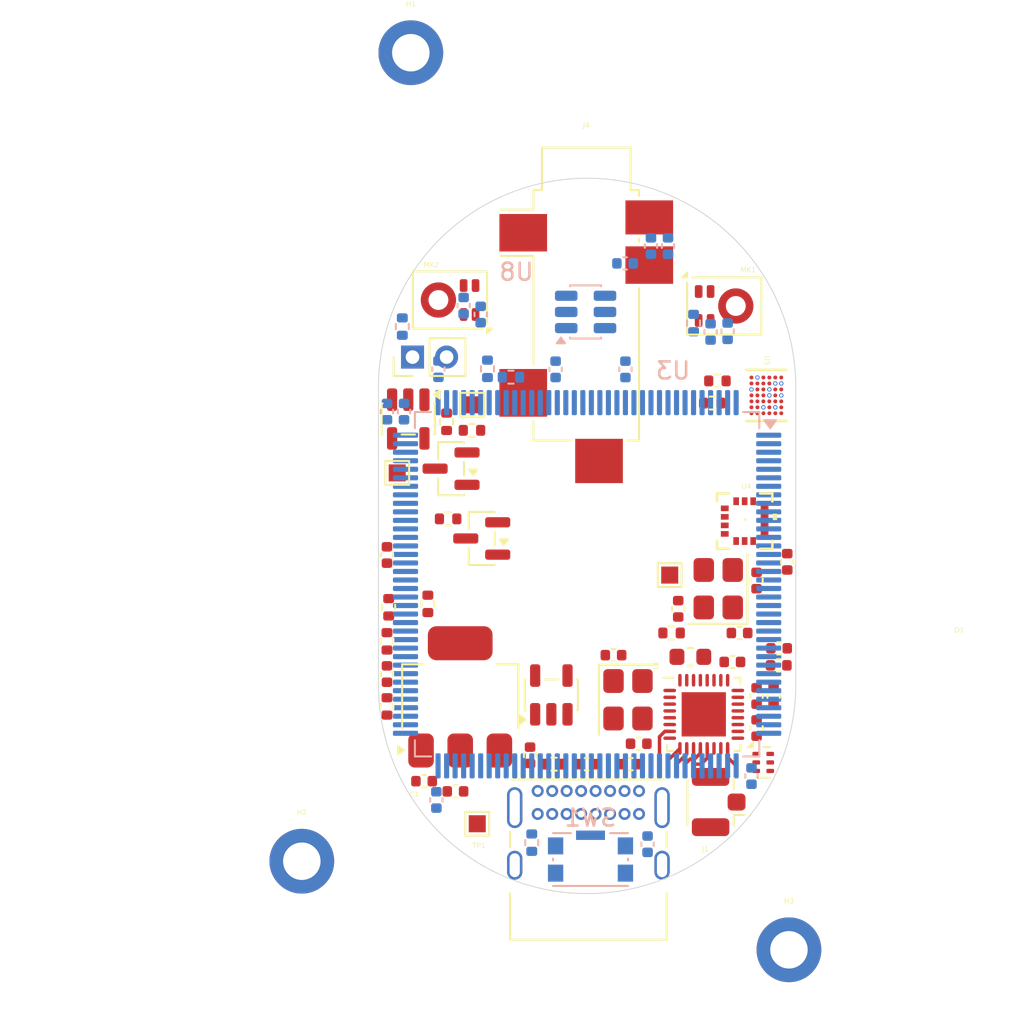
<source format=kicad_pcb>
(kicad_pcb (version 20241229) (generator "pcbnew") (generator_version "9.0")
  (layers (0 "F.Cu" signal) (4 "In1.Cu" signal) (6 "In2.Cu" signal) (8 "In3.Cu" signal) (10 "In4.Cu" signal) (2 "B.Cu" signal) (13 "F.Paste" user) (15 "B.Paste" user) (5 "F.SilkS" user "F.Silkscreen") (7 "B.SilkS" user "B.Silkscreen") (1 "F.Mask" user) (3 "B.Mask" user) (25 "Edge.Cuts" user))
  (net 0 "")
  (net 1 "+5V")
  (net 2 "Net-(D1-B)")
  (net 3 "Net-(U1-VI)")
  (net 4 "GND")
  (net 5 "Net-(U3-PH1)")
  (net 6 "Net-(U2-EN)")
  (net 7 "Net-(U3-PH0)")
  (net 8 "+1V8")
  (net 9 "Net-(U3-NRST)")
  (net 10 "Net-(C21-Pad1)")
  (net 11 "Net-(C22-Pad1)")
  (net 12 "Net-(U5-DVDD)")
  (net 13 "/SWDIO")
  (net 14 "/SWCLK")
  (net 15 "Net-(U3-BOOT0)")
  (net 16 "/I2C_SCL")
  (net 17 "/I2C_SDA")
  (net 21 "/SYS_MCLK")
  (net 30 "/UWB_RST")
  (net 31 "Net-(D1-R)")
  (net 33 "/CPU_TO_DSP")
  (net 45 "/UWB_IRQ")
  (net 51 "/UWB_CS")
  (net 58 "Net-(D1-G)")
  (net 62 "Net-(J3-Pin_1)")
  (net 67 "/SAI_BCLK")
  (net 78 "/UWB_MISO")
  (net 82 "/DSP_TO_CPU")
  (net 84 "/ACC_CS")
  (net 94 "/UWB_SCK")
  (net 95 "Net-(Q1-G)")
  (net 97 "/UWB_MOSI")
  (net 108 "/SAI_FS")
  (net 117 "Net-(Q2-B)")
  (net 120 "/VIB_DATA")
  (net 127 "Net-(U7-PROG)")
  (net 131 "/PWR_HOLD")
  (net 132 "/LED_R")
  (net 144 "/MIC2")
  (net 146 "/MIC2_RAW")
  (net 147 "/MIC1")
  (net 148 "/MIC1_RAW")
  (net 151 "+3.3V")
  (net 152 "/LED_G")
  (net 153 "/LED_B")
  (net 154 "/HP_DETECT")
  (net 155 "/CHG_STAT")
  (net 156 "/HPOUTR")
  (net 157 "/HPOUTL")
  (net 159 "Net-(J5-CC1)")
  (net 161 "Net-(J5-CC2)")
  (net 162 "Net-(J4-PadR)")
  (net 164 "Net-(J4-PadT)")
  (net 165 "Net-(U9-VDD_IO)")
  (net 166 "Net-(U9-XTAL_C2)")
  (net 167 "Net-(U9-XTAL_C1)")
  (net 168 "Net-(T1-AB)")
  (net 169 "Net-(U9-RFN)")
  (net 170 "Net-(U9-RFP)")
  (net 171 "Net-(T1-AA)")
  (net 172 "Net-(U9-VDD_CORE_ANA)")
  (net 173 "Net-(U9-REG_OUT)")
  (net 174 "/<NO NET>")
  (net 175 "/UWB_SHDN")
  (net 192 "Net-(J1-In)")
  (footprint "Resistor_SMD:R_0402_1005Metric" (layer "F.Cu") (at 21.5 67.51 -90)
    (property "Reference" "R12" (hide yes))
    (property "Value" "220Ω")
  )
  (footprint "ANC_Parts:ADXL382_Ultralib" (layer "F.Cu") (at 42.5 56.6316)
    (property "Reference" "U4")
    (property "Value" "ADXL382-1BCCZ-RL")
  )
  (footprint "Inductor_SMD:L_0603_1608Metric" (layer "F.Cu") (at 39.3125 64.6)
    (property "Reference" "L1")
    (property "Value" "180nH")
  )
  (footprint "Crystal:Crystal_SMD_3225-4Pin_3.2x2.5mm" (layer "F.Cu") (at 35.65 67.12 -90)
    (property "Reference" "Y2" (hide yes))
    (property "Value" "32.768 kHz")
  )
  (footprint "Capacitor_SMD:C_0402_1005Metric" (layer "F.Cu") (at 21.5 58.62 -90)
    (property "Reference" "C18" (hide yes))
    (property "Value" "0.1uF")
  )
  (footprint "Resistor_SMD:R_0402_1005Metric" (layer "F.Cu") (at 25 50.8 90)
    (property "Reference" "R6" (hide yes))
    (property "Value" "2kΩ")
  )
  (footprint "Capacitor_SMD:C_0402_1005Metric" (layer "F.Cu") (at 33.22 70.9 180)
    (property "Reference" "C5" (hide yes))
    (property "Value" "10uF")
  )
  (footprint "Capacitor_SMD:C_0402_1005Metric" (layer "F.Cu") (at 43.2 66.9 90)
    (property "Reference" "C33" (hide yes))
    (property "Value" "10pF")
  )
  (footprint "TestPoint:TestPoint_Pad_1.0x1.0mm" (layer "F.Cu") (at 26.8 74.4)
    (property "Reference" "TP1")
    (property "Value" "TestPoint")
  )
  (footprint "Connector_Audio:Jack_3.5mm_CUI_SJ2-3593D-SMT_Horizontal" (layer "F.Cu") (at 33.2 43.3)
    (property "Reference" "J4")
    (property "Value" "AudioJack3_Switch")
  )
  (footprint "Sensor_Audio:Infineon_PG-LLGA-5-2" (layer "F.Cu") (at 41.3 44)
    (property "Reference" "MK1")
    (property "Value" "IM73A135V01")
  )
  (footprint "Resistor_SMD:R_0402_1005Metric" (layer "F.Cu") (at 26.49 51.3 180)
    (property "Reference" "R7" (hide yes))
    (property "Value" "100kΩ")
  )
  (footprint "Capacitor_SMD:C_0402_1005Metric" (layer "F.Cu") (at 38.6 61.78 -90)
    (property "Reference" "C7" (hide yes))
    (property "Value" "10uF")
  )
  (footprint "ANC_Parts:ADAU1787_Ultralib" (layer "F.Cu") (at 43.775 49.25 -90)
    (property "Reference" "U5")
    (property "Value" "ADAU1787BCBZRL")
  )
  (footprint "Package_TO_SOT_SMD:SOT-223-3_TabPin2" (layer "F.Cu") (at 25.8 66.95 90)
    (property "Reference" "U1" (hide yes))
    (property "Value" "AP7361C-33E")
  )
  (footprint "Resistor_SMD:R_0402_1005Metric" (layer "F.Cu") (at 21.5 63.69 90)
    (property "Reference" "R14" (hide yes))
    (property "Value" "100Ω")
  )
  (footprint "Capacitor_SMD:C_0402_1005Metric" (layer "F.Cu") (at 35.82 70.9)
    (property "Reference" "C10" (hide yes))
    (property "Value" "0.1uF")
  )
  (footprint "MountingHole:MountingHole_2mm" (layer "F.Cu") (at 55.1 66)
    (property "Reference" "D1")
    (property "Value" "APFA3010")
  )
  (footprint "Capacitor_SMD:C_0402_1005Metric" (layer "F.Cu") (at 41.78 64.9 180)
    (property "Reference" "C23" (hide yes))
    (property "Value" "1uF")
  )
  (footprint "Connector_USB:USB_C_Receptacle_GCT_USB4085" (layer "F.Cu") (at 30.35 72.475)
    (property "Reference" "J5" (hide yes))
    (property "Value" "USB_C_Receptacle_USB2.0_14P")
  )
  (footprint "Resistor_SMD:R_0402_1005Metric" (layer "F.Cu") (at 31.31 70.9)
    (property "Reference" "R2" (hide yes))
    (property "Value" "5.1k")
  )
  (footprint "Package_TO_SOT_SMD:SOT-23" (layer "F.Cu") (at 25.2625 53.55 180)
    (property "Reference" "Q1" (hide yes))
    (property "Value" "Q_PMOS_GSD")
  )
  (footprint "Sensor_Audio:Infineon_PG-LLGA-5-2" (layer "F.Cu") (at 25.2 43.65 180)
    (property "Reference" "MK2")
    (property "Value" "IM73A135V01")
  )
  (footprint "Package_TO_SOT_SMD:SOT-23-5" (layer "F.Cu") (at 22.75 50.6375 -90)
    (property "Reference" "U7" (hide yes))
    (property "Value" "MCP73831-2-OT")
  )
  (footprint "Resistor_SMD:R_0402_1005Metric" (layer "F.Cu") (at 38.21 63.2)
    (property "Reference" "R16" (hide yes))
    (property "Value" "100kΩ")
  )
  (footprint "MountingHole:MountingHole_2.2mm_M2_DIN965_Pad" (layer "F.Cu") (at 45.1 81.8)
    (property "Reference" "H3")
    (property "Value" "MountingHole")
  )
  (footprint "Capacitor_SMD:C_0402_1005Metric" (layer "F.Cu") (at 23.68 71.9)
    (property "Reference" "C1")
    (property "Value" "10uF")
  )
  (footprint "Package_TO_SOT_SMD:SOT-23-5" (layer "F.Cu") (at 31.15 66.8375 90)
    (property "Reference" "U2" (hide yes))
    (property "Value" "AP2112K-1.8" (hide yes))
  )
  (footprint "Capacitor_SMD:C_0402_1005Metric" (layer "F.Cu") (at 25.52 72.5)
    (property "Reference" "C21" (hide yes))
    (property "Value" "2.2uF")
  )
  (footprint "Resistor_SMD:R_0402_1005Metric" (layer "F.Cu") (at 23.9 61.49 90)
    (property "Reference" "R8" (hide yes))
    (property "Value" "10kΩ")
  )
  (footprint "ANC_Parts:Spark_SR1120_QFN32" (layer "F.Cu") (at 40.1 67.975)
    (property "Reference" "U9" (hide yes))
    (property "Value" "~")
  )
  (footprint "Capacitor_SMD:C_0402_1005Metric" (layer "F.Cu") (at 36.28 69.7)
    (property "Reference" "C25" (hide yes))
    (property "Value" "10pF")
  )
  (footprint "Capacitor_SMD:C_0402_1005Metric" (layer "F.Cu") (at 43.2 68.78 -90)
    (property "Reference" "C34" (hide yes))
    (property "Value" "10pF")
  )
  (footprint "TestPoint:TestPoint_Pad_1.0x1.0mm" (layer "F.Cu") (at 22.1 53.8)
    (property "Reference" "TP4" (hide yes))
    (property "Value" "TestPoint")
  )
  (footprint "MountingHole:MountingHole_2.2mm_M2_DIN965_Pad" (layer "F.Cu") (at 22.9 29.13)
    (property "Reference" "H1")
    (property "Value" "MountingHole")
  )
  (footprint "Capacitor_SMD:C_0402_1005Metric" (layer "F.Cu") (at 44.2 66.9 90)
    (property "Reference" "C17" (hide yes))
    (property "Value" "0.1uF")
  )
  (footprint "TestPoint:TestPoint_Pad_1.0x1.0mm" (layer "F.Cu") (at 26.5 49.8)
    (property "Reference" "TP2" (hide yes))
    (property "Value" "TestPoint")
  )
  (footprint "MountingHole:MountingHole_2.2mm_M2_DIN965_Pad" (layer "F.Cu") (at 16.5 76.6)
    (property "Reference" "H2")
    (property "Value" "MountingHole")
  )
  (footprint "Crystal:Crystal_SMD_3225-4Pin_3.2x2.5mm" (layer "F.Cu") (at 40.95 60.6 90)
    (property "Reference" "Y1" (hide yes))
    (property "Value" "Crystal_GND24")
  )
  (footprint "RF_Converter:Balun_Johanson_1.6x0.8mm" (layer "F.Cu") (at 43.59 70.8)
    (property "Reference" "T1" (hide yes))
    (property "Value" "Transformer_1P_1S")
  )
  (footprint "Resistor_SMD:R_0402_1005Metric" (layer "F.Cu") (at 40.6 49.7 180)
    (property "Reference" "R4" (hide yes))
    (property "Value" "2.2kΩ")
  )
  (footprint "Capacitor_SMD:C_0402_1005Metric" (layer "F.Cu") (at 44.52 64.1)
    (property "Reference" "C20" (hide yes))
    (property "Value" "0.1uF")
  )
  (footprint "Capacitor_SMD:C_0402_1005Metric" (layer "F.Cu") (at 44.5 65.1)
    (property "Reference" "C8" (hide yes))
    (property "Value" "0.1uF")
  )
  (footprint "Capacitor_SMD:C_0402_1005Metric" (layer "F.Cu") (at 42.2 63.2 180)
    (property "Reference" "C3" (hide yes))
    (property "Value" "10pF")
  )
  (footprint "Resistor_SMD:R_0402_1005Metric" (layer "F.Cu") (at 40.9 48.4 180)
    (property "Reference" "R5" (hide yes))
    (property "Value" "2.2kΩ")
  )
  (footprint "Connector_PinHeader_2.00mm:PinHeader_1x02_P2.00mm_Vertical" (layer "F.Cu") (at 23 47 90)
    (property "Reference" "J3" (hide yes))
    (property "Value" "Conn_01x02")
  )
  (footprint "Capacitor_SMD:C_0402_1005Metric" (layer "F.Cu") (at 43.2 60.12 90)
    (property "Reference" "C6" (hide yes))
    (property "Value" "10pF")
  )
  (footprint "Capacitor_SMD:C_0402_1005Metric" (layer "F.Cu") (at 29.9 70.38 90)
    (property "Reference" "C11" (hide yes))
    (property "Value" "0.1uF")
  )
  (footprint "Resistor_SMD:R_0402_1005Metric" (layer "F.Cu") (at 25.09 56.5 180)
    (property "Reference" "R11" (hide yes))
    (property "Value" "100kΩ")
  )
  (footprint "Capacitor_SMD:C_0402_1005Metric" (layer "F.Cu") (at 45 59.02 90)
    (property "Reference" "C4" (hide yes))
    (property "Value" "0.1uF")
  )
  (footprint "Package_TO_SOT_SMD:SOT-23" (layer "F.Cu") (at 27.0625 57.65 180)
    (property "Reference" "Q2" (hide yes))
    (property "Value" "Q_NPN_BCE")
  )
  (footprint "TestPoint:TestPoint_Pad_1.0x1.0mm" (layer "F.Cu") (at 38.1 59.8)
    (property "Reference" "TP3" (hide yes))
    (property "Value" "TestPoint")
  )
  (footprint "Capacitor_SMD:C_0402_1005Metric" (layer "F.Cu") (at 21.5 65.61 -90)
    (property "Reference" "C13" (hide yes))
    (property "Value" "0.1uF")
  )
  (footprint "Resistor_SMD:R_0402_1005Metric" (layer "F.Cu") (at 21.6 61.69 90)
    (property "Reference" "R13" (hide yes))
    (property "Value" "100Ω")
  )
  (footprint "Capacitor_SMD:C_0402_1005Metric" (layer "F.Cu") (at 34.8 64.5 180)
    (property "Reference" "C24" (hide yes))
    (property "Value" "10pF")
  )
  (footprint "Connector_Coaxial:U.FL_Hirose_U.FL-R-SMT-1_Vertical" (layer "F.Cu") (at 40.975 73.125 180)
    (property "Reference" "J1")
    (property "Value" "Conn_Coaxial")
  )
  (footprint "Package_QFP:LQFP-144_20x20mm_P0.5mm" (layer "B.Cu") (at 33.25 60.3375 180)
    (property "Reference" "U3")
    (property "Value" "STM32H753ZITx")
  )
  (footprint "Capacitor_SMD:C_0402_1005Metric" (layer "B.Cu") (at 40.5 45.52 90)
    (property "Reference" "C32" (hide yes))
    (property "Value" "1uF")
  )
  (footprint "Capacitor_SMD:C_0402_1005Metric" (layer "B.Cu") (at 37 40.48 -90)
    (property "Reference" "C27" (hide yes))
    (property "Value" "0.1uF")
  )
  (footprint "Capacitor_SMD:C_0402_1005Metric" (layer "B.Cu") (at 35.48 41.5 180)
    (property "Reference" "C29" (hide yes))
    (property "Value" "1uF")
  )
  (footprint "Resistor_SMD:R_0402_1005Metric" (layer "B.Cu") (at 30 75.51 90)
    (property "Reference" "R1" (hide yes))
    (property "Value" "5.1k")
  )
  (footprint "Capacitor_SMD:C_0402_1005Metric" (layer "B.Cu") (at 22.5 50.2 90)
    (property "Reference" "C14" (hide yes))
    (property "Value" "0.1uF")
  )
  (footprint "Capacitor_SMD:C_0402_1005Metric" (layer "B.Cu") (at 27 44.5 -90)
    (property "Reference" "C30" (hide yes))
    (property "Value" "1uF")
  )
  (footprint "Resistor_SMD:R_0402_1005Metric" (layer "B.Cu") (at 22.4 45.21 -90)
    (property "Reference" "R9" (hide yes))
    (property "Value" "100kΩ")
  )
  (footprint "Resistor_SMD:R_0402_1005Metric" (layer "B.Cu") (at 27.4 47.69 90)
    (property "Reference" "R15" (hide yes))
    (property "Value" "10kΩ")
  )
  (footprint "Capacitor_SMD:C_0402_1005Metric" (layer "B.Cu") (at 42.9 71.6 -90)
    (property "Reference" "C9" (hide yes))
    (property "Value" "0.1uF")
  )
  (footprint "Capacitor_SMD:C_0402_1005Metric" (layer "B.Cu") (at 21.5 50.2 90)
    (property "Reference" "C22" (hide yes))
    (property "Value" "2.2uF")
  )
  (footprint "Resistor_SMD:R_0402_1005Metric" (layer "B.Cu") (at 28.78 48.18 180)
    (property "Reference" "R3" (hide yes))
    (property "Value" "10k")
  )
  (footprint "Package_TO_SOT_SMD:SOT-23-6" (layer "B.Cu") (at 33.1625 44.35)
    (property "Reference" "U8")
    (property "Value" "USBLC6-2SC6")
  )
  (footprint "Capacitor_SMD:C_0402_1005Metric" (layer "B.Cu") (at 38 40.48 -90)
    (property "Reference" "C26" (hide yes))
    (property "Value" "1uF")
  )
  (footprint "Capacitor_SMD:C_0402_1005Metric" (layer "B.Cu") (at 26 43.98 90)
    (property "Reference" "C31" (hide yes))
    (property "Value" "0.1uF")
  )
  (footprint "Capacitor_SMD:C_0402_1005Metric" (layer "B.Cu") (at 31.4 47.72 90)
    (property "Reference" "C15" (hide yes))
    (property "Value" "0.1uF")
  )
  (footprint "Button_Switch_SMD:SW_Push_1P1T-SH_NO_CK_KMR2xxG" (layer "B.Cu") (at 33.45 76.5 180)
    (property "Reference" "SW1")
    (property "Value" "SW_Push")
  )
  (footprint "Resistor_SMD:R_0402_1005Metric" (layer "B.Cu") (at 39.5 45 90)
    (property "Reference" "R10" (hide yes))
    (property "Value" "100kΩ")
  )
  (footprint "Capacitor_SMD:C_0402_1005Metric" (layer "B.Cu") (at 41.5 45.48 -90)
    (property "Reference" "C28" (hide yes))
    (property "Value" "0.1uF")
  )
  (footprint "Capacitor_SMD:C_0402_1005Metric" (layer "B.Cu") (at 24.4 73 -90)
    (property "Reference" "C12" (hide yes))
    (property "Value" "0.1uF")
  )
  (footprint "Capacitor_SMD:C_0402_1005Metric" (layer "B.Cu") (at 36.8 75.6 -90)
    (property "Reference" "C2" (hide yes))
    (property "Value" "10uF")
  )
  (footprint "Capacitor_SMD:C_0402_1005Metric" (layer "B.Cu") (at 35.5 47.72 90)
    (property "Reference" "C19" (hide yes))
    (property "Value" "0.1uF")
  )
  (footprint "Capacitor_SMD:C_0402_1005Metric" (layer "B.Cu") (at 24.52 47.71 90)
    (property "Reference" "C16" (hide yes))
    (property "Value" "0.1uF")
  )
  (gr_arc (start 21 48.75) (mid 33.25 36.5) (end 45.5 48.75) (stroke (width 0.05)) (layer "Edge.Cuts"))
  (gr_line (start 21 48.75) (end 21 66.25) (stroke (width 0.05)) (layer "Edge.Cuts"))
  (gr_line (start 45.5 48.75) (end 45.5 66.25) (stroke (width 0.05)) (layer "Edge.Cuts"))
  (gr_arc (start 45.5 66.25) (mid 33.25 78.5) (end 21 66.25) (stroke (width 0.05)) (layer "Edge.Cuts"))
  (segment (start 41.5 69.975) (end 41.5 70.5) (width 0.2) (layer "F.Cu") (net 30))
  (segment (start 41.5 70.5) (end 42 71) (width 0.2) (layer "F.Cu") (net 30))
  (segment (start 38.7 69.975) (end 38 70.675) (width 0.2) (layer "F.Cu") (net 45))
  (segment (start 38 70.675) (end 38 71) (width 0.2) (layer "F.Cu") (net 45))
  (segment (start 39.1 69.975) (end 39.1 70.3) (width 0.2) (layer "F.Cu") (net 51))
  (segment (start 39.1 70.3) (end 38.5 70.9) (width 0.2) (layer "F.Cu") (net 51))
  (segment (start 40.3 70.55) (end 39.95 70.9) (width 0.2) (layer "F.Cu") (net 78))
  (segment (start 40.3 69.975) (end 40.3 70.55) (width 0.2) (layer "F.Cu") (net 78))
  (segment (start 39.95 70.9) (end 39.5 70.9) (width 0.2) (layer "F.Cu") (net 78))
  (segment (start 39.9 69.975) (end 39.9 70.261536) (width 0.2) (layer "F.Cu") (net 97))
  (segment (start 39.9 70.261536) (end 39.561536 70.6) (width 0.2) (layer "F.Cu") (net 97))
  (segment (start 39.3 70.6) (end 39 70.9) (width 0.2) (layer "F.Cu") (net 97))
  (segment (start 39.561536 70.6) (end 39.3 70.6) (width 0.2) (layer "F.Cu") (net 97))
  (segment (start 38.1 68.975) (end 37.813464 68.975) (width 0.2) (layer "F.Cu") (net 175))
  (segment (start 37.5 69.288464) (end 37.5 71) (width 0.2) (layer "F.Cu") (net 175))
  (segment (start 37.813464 68.975) (end 37.5 69.288464) (width 0.2) (layer "F.Cu") (net 175))
)
</source>
